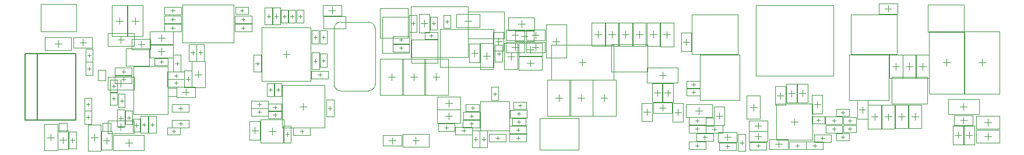
<source format=gbr>
%TF.GenerationSoftware,Altium Limited,Altium Designer,19.0.15 (446)*%
G04 Layer_Color=32768*
%FSLAX45Y45*%
%MOMM*%
%TF.FileFunction,Other,Mechanical_15*%
%TF.Part,CustomerPanel*%
G01*
G75*
%TA.AperFunction,NonConductor*%
%ADD116C,0.20000*%
%ADD147C,0.10000*%
%ADD208C,0.05080*%
%ADD209C,0.05000*%
D116*
X2529200Y7339098D02*
X3093200D01*
Y6379098D02*
Y7339098D01*
X2353200Y6379098D02*
X3093200D01*
X2529200D02*
Y7339098D01*
X2353200Y6379098D02*
Y7339098D01*
X2529200D01*
D147*
X7440620Y7701860D02*
G03*
X7340620Y7801860I-100000J0D01*
G01*
X6940620D02*
G03*
X6840620Y7701860I0J-100000D01*
G01*
X7340620Y6801861D02*
G03*
X7440620Y6901860I0J100000D01*
G01*
X6840620D02*
G03*
X6940620Y6801861I100000J0D01*
G01*
X6514640Y7111380D02*
X6624640D01*
X6514640Y7356380D02*
X6624640D01*
X6514640Y7111380D02*
Y7356380D01*
X6624640Y7111380D02*
Y7356380D01*
X6569640Y7206380D02*
Y7261380D01*
X6542140Y7233880D02*
X6597140D01*
X6728000Y6426300D02*
X6838000D01*
X6728000Y6671300D02*
X6838000D01*
X6728000Y6426300D02*
Y6671300D01*
X6838000Y6426300D02*
Y6671300D01*
X6783000Y6521300D02*
Y6576300D01*
X6755500Y6548800D02*
X6810500D01*
X7934496Y7658441D02*
X8044496D01*
X7934496Y7903441D02*
X8044496D01*
Y7658441D02*
Y7903441D01*
X7934496Y7658441D02*
Y7903441D01*
X7989496Y7753441D02*
Y7808441D01*
X7961996Y7780941D02*
X8016996D01*
X7691732Y7369784D02*
Y7479784D01*
X7936732Y7369784D02*
Y7479784D01*
X7691732Y7369784D02*
X7936732D01*
X7691732Y7479784D02*
X7936732D01*
X7786732Y7424784D02*
X7841732D01*
X7814232Y7397284D02*
Y7452284D01*
X7936732Y7488365D02*
Y7598365D01*
X7691732Y7488365D02*
Y7598365D01*
X7936732D01*
X7691732Y7488365D02*
X7936732D01*
X7786732Y7543365D02*
X7841732D01*
X7814232Y7515865D02*
Y7570865D01*
X10019304Y7523072D02*
X10119304D01*
X10069304Y7473072D02*
Y7573071D01*
X8738420Y7818080D02*
X8838420D01*
X8788420Y7768080D02*
Y7868080D01*
X8263221Y7780933D02*
X8315221D01*
X8289221Y7754933D02*
Y7806933D01*
X8256200Y7575479D02*
Y7627479D01*
X8230200Y7601479D02*
X8282200D01*
X8456725Y7806933D02*
X8508725D01*
X8482725Y7780933D02*
Y7832933D01*
X8152061Y7733441D02*
Y7828441D01*
X8104561Y7780941D02*
X8199561D01*
X9229020Y7473989D02*
Y7568989D01*
X9181520Y7521489D02*
X9276520D01*
X9422820Y7434369D02*
X9517820D01*
X9470320Y7386869D02*
Y7481868D01*
X9720000Y7434369D02*
X9815000D01*
X9767500Y7386869D02*
Y7481869D01*
X9422820Y7610389D02*
X9517820D01*
X9470320Y7562889D02*
Y7657888D01*
X9720000Y7610389D02*
X9815000D01*
X9767500Y7562889D02*
Y7657889D01*
X6765980Y7968357D02*
X6860980D01*
X6813480Y7920857D02*
Y8015857D01*
X6662480Y7582120D02*
X6714480D01*
X6688480Y7556120D02*
Y7608120D01*
X6543640Y7581860D02*
X6595640D01*
X6569640Y7555860D02*
Y7607861D01*
X3728968Y6659293D02*
X3780968D01*
X3754968Y6633293D02*
Y6685293D01*
X7638940Y6078184D02*
X7733940D01*
X7686440Y6030684D02*
Y6125684D01*
X7979340Y6078180D02*
X8079340D01*
X8029340Y6028180D02*
Y6128180D01*
X3992300Y7477921D02*
X4087300D01*
X4039800Y7430420D02*
Y7525420D01*
X9557820Y7597100D02*
X9652820D01*
X9605320Y7549600D02*
Y7644600D01*
X9516143Y7775300D02*
X9616143D01*
X9566143Y7725301D02*
Y7825300D01*
X2783020Y7483425D02*
X2883020D01*
X2833020Y7433425D02*
Y7533425D01*
X3146480Y7503449D02*
X3241480D01*
X3193980Y7455949D02*
Y7550949D01*
X12365920Y6217569D02*
Y6272569D01*
X12338420Y6245069D02*
X12393420D01*
X12243420Y6300069D02*
X12488420D01*
X12243420Y6190069D02*
X12488420D01*
X12243420D02*
Y6300069D01*
X12488420Y6190069D02*
Y6300069D01*
X12061120Y6756742D02*
Y6808742D01*
X12035120Y6782742D02*
X12087120D01*
X8474640Y6241180D02*
Y6296180D01*
X8447140Y6268680D02*
X8502140D01*
X8352140Y6213680D02*
X8597140D01*
X8352140Y6323680D02*
X8597140D01*
Y6213680D02*
Y6323680D01*
X8352140Y6213680D02*
Y6323680D01*
X8726100Y6195460D02*
Y6250460D01*
X8698600Y6222960D02*
X8753600D01*
X8603600Y6167960D02*
X8848600D01*
X8603600Y6277960D02*
X8848600D01*
Y6167960D02*
Y6277960D01*
X8603600Y6167960D02*
Y6277960D01*
X4845860Y7478301D02*
X4955860D01*
X4845860Y7233300D02*
X4955860D01*
Y7478301D01*
X4845860Y7233300D02*
Y7478301D01*
X4900860Y7328300D02*
Y7383300D01*
X4873360Y7355800D02*
X4928360D01*
X4545268Y6888881D02*
Y6943880D01*
X4517768Y6916380D02*
X4572768D01*
X4422768Y6971381D02*
X4667768D01*
X4422768Y6861380D02*
X4667768D01*
X4422768D02*
Y6971381D01*
X4667768Y6861380D02*
Y6971381D01*
X4545260Y6993021D02*
Y7048020D01*
X4517760Y7020520D02*
X4572760D01*
X4422760Y7075521D02*
X4667760D01*
X4422760Y6965520D02*
X4667760D01*
X4422760D02*
Y7075521D01*
X4667760Y6965520D02*
Y7075521D01*
X9180620Y7219620D02*
X9290620D01*
X9180620Y7464620D02*
X9290620D01*
X9180620Y7219620D02*
Y7464620D01*
X9290620Y7219620D02*
Y7464620D01*
X9235620Y7314620D02*
Y7369621D01*
X9208120Y7342120D02*
X9263120D01*
X4665520Y7094620D02*
X4775520D01*
X4665520Y6849620D02*
X4775520D01*
Y7094620D01*
X4665520Y6849620D02*
Y7094620D01*
X4720520Y6944620D02*
Y6999620D01*
X4693020Y6972120D02*
X4748020D01*
X3690160Y6282681D02*
X3800160D01*
X3690160Y6527681D02*
X3800160D01*
X3690160Y6282681D02*
Y6527681D01*
X3800160Y6282681D02*
Y6527681D01*
X3745160Y6377681D02*
Y6432681D01*
X3717660Y6405181D02*
X3772660D01*
X2986580Y5963488D02*
X3096580D01*
X2986580Y6208488D02*
X3096580D01*
X2986580Y5963488D02*
Y6208488D01*
X3096580Y5963488D02*
Y6208488D01*
X3041580Y6058488D02*
Y6113488D01*
X3014080Y6085988D02*
X3069080D01*
X3782840Y7054621D02*
Y7109621D01*
X3755340Y7082120D02*
X3810340D01*
X3660340Y7137121D02*
X3905340D01*
X3660340Y7027121D02*
X3905340D01*
X3660340D02*
Y7137121D01*
X3905340Y7027121D02*
Y7137121D01*
X3782840Y6939581D02*
Y6994581D01*
X3755340Y6967081D02*
X3810340D01*
X3660340Y7022081D02*
X3905340D01*
X3660340Y6912081D02*
X3905340D01*
X3660340D02*
Y7022081D01*
X3905340Y6912081D02*
Y7022081D01*
X4173120Y6309320D02*
X4228120D01*
X4200620Y6281820D02*
Y6336820D01*
X4255620Y6186820D02*
Y6431820D01*
X4145620Y6186820D02*
Y6431820D01*
X4255620D01*
X4145620Y6186820D02*
X4255620D01*
X4052940Y6309320D02*
X4107940D01*
X4080440Y6281820D02*
Y6336820D01*
X4135440Y6186820D02*
Y6431820D01*
X4025440Y6186820D02*
Y6431820D01*
X4135440D01*
X4025440Y6186820D02*
X4135440D01*
X3489620Y6077120D02*
X3584620D01*
X3537120Y6029620D02*
Y6124620D01*
X3968680Y6274881D02*
Y6326881D01*
X3942680Y6300880D02*
X3994680D01*
X3862000Y6387460D02*
Y6439460D01*
X3836000Y6413460D02*
X3888000D01*
X4498120Y7812121D02*
Y7867120D01*
X4470620Y7839620D02*
X4525620D01*
X4375620Y7894620D02*
X4620620D01*
X4375620Y7784620D02*
X4620620D01*
X4375620D02*
Y7894620D01*
X4620620Y7784620D02*
Y7894620D01*
X4498120Y7940121D02*
Y7995120D01*
X4470620Y7967620D02*
X4525620D01*
X4375620Y8022620D02*
X4620620D01*
X4375620Y7912620D02*
X4620620D01*
X4375620D02*
Y8022620D01*
X4620620Y7912620D02*
Y8022620D01*
X4498120Y7687121D02*
Y7742120D01*
X4470620Y7714620D02*
X4525620D01*
X4375620Y7769620D02*
X4620620D01*
X4375620Y7659620D02*
X4620620D01*
X4375620D02*
Y7769620D01*
X4620620Y7659620D02*
Y7769620D01*
X4761600Y7355800D02*
X4816600D01*
X4789100Y7328300D02*
Y7383300D01*
X4844100Y7233300D02*
Y7478300D01*
X4734100Y7233300D02*
Y7478300D01*
X4844100D01*
X4734100Y7233300D02*
X4844100D01*
X5520620Y7686620D02*
Y7741620D01*
X5493120Y7714120D02*
X5548120D01*
X5398120Y7659120D02*
X5643120D01*
X5398120Y7769120D02*
X5643120D01*
Y7659120D02*
Y7769120D01*
X5398120Y7659120D02*
Y7769120D01*
X5520620Y7812120D02*
Y7867120D01*
X5493120Y7839620D02*
X5548120D01*
X5398120Y7784620D02*
X5643120D01*
X5398120Y7894620D02*
X5643120D01*
Y7784620D02*
Y7894620D01*
X5398120Y7784620D02*
Y7894620D01*
X5477120Y7967120D02*
X5529120D01*
X5503120Y7941121D02*
Y7993120D01*
X4330964Y7520120D02*
Y7620120D01*
X4280964Y7570120D02*
X4380964D01*
X4330963Y7325120D02*
Y7425120D01*
X4280963Y7375120D02*
X4380964D01*
X4304620Y7220120D02*
X4356620D01*
X4330620Y7194120D02*
Y7246120D01*
X4531160Y7199240D02*
X4586160D01*
X4558660Y7171740D02*
Y7226740D01*
X4613660Y7076740D02*
Y7321740D01*
X4503660Y7076740D02*
Y7321740D01*
X4613660D01*
X4503660Y7076740D02*
X4613660D01*
X4611340Y6521020D02*
Y6576020D01*
X4583840Y6548520D02*
X4638840D01*
X4488840Y6493520D02*
X4733840D01*
X4488840Y6603520D02*
X4733840D01*
Y6493520D02*
Y6603520D01*
X4488840Y6493520D02*
Y6603520D01*
X4687500Y6737121D02*
Y6832121D01*
X4640000Y6784621D02*
X4735000D01*
X4820380Y7040840D02*
X4920380D01*
X4870380Y6990840D02*
Y7090840D01*
X4483700Y6212120D02*
X4535700D01*
X4509700Y6186120D02*
Y6238120D01*
X3643120Y6843621D02*
Y6895621D01*
X3617120Y6869620D02*
X3669120D01*
X3643120Y6661445D02*
Y6713445D01*
X3617120Y6687445D02*
X3669120D01*
X12143396Y6459748D02*
Y6559748D01*
X12093396Y6509748D02*
X12193396D01*
X12390620Y6437120D02*
X12485620D01*
X12438120Y6389620D02*
Y6484620D01*
X9361787Y7301983D02*
X9461787D01*
X9411787Y7251983D02*
Y7351983D01*
X8835620Y7347120D02*
X8930620D01*
X8883120Y7299620D02*
Y7394620D01*
X5975620Y7887121D02*
X6030620D01*
X6003120Y7859621D02*
Y7914621D01*
X6058120Y7764620D02*
Y8009621D01*
X5948120Y7764620D02*
Y8009621D01*
X6058120D01*
X5948120Y7764620D02*
X6058120D01*
X5863120Y7887121D02*
X5918120D01*
X5890620Y7859621D02*
Y7914621D01*
X5945620Y7764620D02*
Y8009621D01*
X5835620Y7764620D02*
Y8009621D01*
X5945620D01*
X5835620Y7764620D02*
X5945620D01*
X3282880Y7098660D02*
Y7150661D01*
X3256880Y7124660D02*
X3308880D01*
X3282880Y7291700D02*
Y7343700D01*
X3256880Y7317700D02*
X3308880D01*
X3270180Y6579060D02*
Y6631060D01*
X3244180Y6605060D02*
X3296180D01*
X3270588Y6390000D02*
Y6442001D01*
X3244588Y6416000D02*
X3296588D01*
X5673900Y7320821D02*
X5783900D01*
X5673900Y7075820D02*
X5783900D01*
Y7320821D01*
X5673900Y7075820D02*
Y7320821D01*
X5728900Y7170820D02*
Y7225820D01*
X5701400Y7198320D02*
X5756400D01*
X4488800Y6269560D02*
Y6379560D01*
X4733800Y6269560D02*
Y6379560D01*
X4488800D02*
X4733800D01*
X4488800Y6269560D02*
X4733800D01*
X4583800Y6324560D02*
X4638800D01*
X4611300Y6297060D02*
Y6352060D01*
X6755640Y6980178D02*
Y7090178D01*
X6510640Y6980178D02*
Y7090178D01*
Y6980178D02*
X6755640D01*
X6510640Y7090178D02*
X6755640D01*
X6605640Y7035177D02*
X6660640D01*
X6633140Y7007678D02*
Y7062678D01*
X6099600Y7330756D02*
X6199600D01*
X6149600Y7280756D02*
Y7380756D01*
X9645620Y7202120D02*
X9745620D01*
X9695620Y7152121D02*
Y7252121D01*
X9401160Y6413900D02*
Y6523900D01*
X9646160Y6413900D02*
Y6523900D01*
X9401160D02*
X9646160D01*
X9401160Y6413900D02*
X9646160D01*
X9496160Y6468900D02*
X9551160D01*
X9523660Y6441400D02*
Y6496400D01*
X10765420Y6645400D02*
Y6745400D01*
X10715420Y6695400D02*
X10815420D01*
X10433509Y6647718D02*
Y6747718D01*
X10383510Y6697718D02*
X10483510D01*
X10105320Y6647722D02*
Y6747722D01*
X10055320Y6697722D02*
X10155320D01*
X9540170Y6560630D02*
Y6612630D01*
X9514170Y6586630D02*
X9566170D01*
X9646869Y7399620D02*
X9746870D01*
X9696870Y7349621D02*
Y7449621D01*
X8846580Y6221940D02*
X8956580D01*
X8846580Y5976940D02*
X8956580D01*
Y6221940D01*
X8846580Y5976940D02*
Y6221940D01*
X8901580Y6071940D02*
Y6126940D01*
X8874080Y6099440D02*
X8929080D01*
X8960880Y6221908D02*
X9070880D01*
X8960880Y5976908D02*
X9070880D01*
Y6221908D01*
X8960880Y5976908D02*
Y6221908D01*
X9015880Y6071908D02*
Y6126908D01*
X8988380Y6099408D02*
X9043380D01*
X9392240Y6059287D02*
Y6169287D01*
X9637240Y6059287D02*
Y6169287D01*
X9392240D02*
X9637240D01*
X9392240Y6059287D02*
X9637240D01*
X9487240Y6114287D02*
X9542240D01*
X9514740Y6086787D02*
Y6141787D01*
X8460822Y6432120D02*
X8560822D01*
X8510822Y6382120D02*
Y6482120D01*
X8460822Y6619620D02*
X8560822D01*
X8510822Y6569620D02*
Y6669620D01*
X8325620Y6954038D02*
Y7054038D01*
X8275620Y7004038D02*
X8375620D01*
X8003120Y6954038D02*
Y7054038D01*
X7953120Y7004038D02*
X8053120D01*
X7680620Y6954038D02*
Y7054038D01*
X7630620Y7004038D02*
X7730620D01*
X9338120Y6059287D02*
Y6169287D01*
X9093120Y6059287D02*
Y6169287D01*
Y6059287D02*
X9338120D01*
X9093120Y6169287D02*
X9338120D01*
X9188120Y6114287D02*
X9243120D01*
X9215620Y6086787D02*
Y6141787D01*
X9149621Y6760777D02*
X9201621D01*
X9175621Y6734776D02*
Y6786777D01*
X9526869Y6326060D02*
Y6378060D01*
X9500869Y6352060D02*
X9552869D01*
X8715360Y6267800D02*
Y6377800D01*
X8960360Y6267800D02*
Y6377800D01*
X8715360D02*
X8960360D01*
X8715360Y6267800D02*
X8960360D01*
X8810360Y6322800D02*
X8865360D01*
X8837860Y6295300D02*
Y6350300D01*
X9636670Y6178813D02*
Y6288813D01*
X9391670Y6178813D02*
Y6288813D01*
Y6178813D02*
X9636670D01*
X9391670Y6288813D02*
X9636670D01*
X9486670Y6233813D02*
X9541670D01*
X9514170Y6206313D02*
Y6261313D01*
X8961121Y6381021D02*
Y6491021D01*
X8716120Y6381021D02*
Y6491021D01*
Y6381021D02*
X8961121D01*
X8716120Y6491021D02*
X8961121D01*
X8811120Y6436020D02*
X8866120D01*
X8838620Y6408521D02*
Y6463520D01*
X8852900Y6529536D02*
Y6581536D01*
X8826900Y6555536D02*
X8878900D01*
X3362120Y6069620D02*
Y6169620D01*
X3312120Y6119620D02*
X3412120D01*
X3745320Y6858421D02*
Y6958420D01*
X3695320Y6908421D02*
X3795320D01*
X2728020Y6075980D02*
Y6175980D01*
X2678020Y6125980D02*
X2778020D01*
X2903020Y6038481D02*
Y6133480D01*
X2855520Y6085980D02*
X2950520D01*
X9058120Y7257120D02*
Y7357120D01*
X9008120Y7307120D02*
X9108120D01*
X6105900Y6293447D02*
X6215900D01*
X6105900Y6048447D02*
X6215900D01*
Y6293447D01*
X6105900Y6048447D02*
Y6293447D01*
X6160900Y6143446D02*
Y6198447D01*
X6133400Y6170947D02*
X6188400D01*
X13875620Y6351280D02*
Y6403280D01*
X13849620Y6377280D02*
X13901620D01*
X12351729Y6072120D02*
Y6182120D01*
X12106729Y6072120D02*
Y6182120D01*
Y6072120D02*
X12351729D01*
X12106729Y6182120D02*
X12351729D01*
X12201729Y6127120D02*
X12256729D01*
X12229229Y6099621D02*
Y6154620D01*
X11958120Y7462120D02*
Y7557121D01*
X11910620Y7509620D02*
X12005620D01*
X12238121Y5952120D02*
Y6062120D01*
X11993121Y5952120D02*
Y6062120D01*
Y5952120D02*
X12238121D01*
X11993121Y6062120D02*
X12238121D01*
X12088120Y6007120D02*
X12143120D01*
X12115620Y5979620D02*
Y6034620D01*
X12238120Y6192120D02*
Y6302120D01*
X11993120Y6192120D02*
Y6302120D01*
Y6192120D02*
X12238120D01*
X11993120Y6302120D02*
X12238120D01*
X12088120Y6247120D02*
X12143120D01*
X12115620Y6219621D02*
Y6274620D01*
X12238120Y6312120D02*
Y6422121D01*
X11993120Y6312120D02*
Y6422121D01*
Y6312120D02*
X12238120D01*
X11993120Y6422121D02*
X12238120D01*
X12088120Y6367120D02*
X12143120D01*
X12115620Y6339621D02*
Y6394620D01*
X12879601Y5947320D02*
Y6057320D01*
X13124600Y5947320D02*
Y6057320D01*
X12879601D02*
X13124600D01*
X12879601Y5947320D02*
X13124600D01*
X12974600Y6002320D02*
X13029601D01*
X13002100Y5974820D02*
Y6029820D01*
X12708120Y5927120D02*
X12818120D01*
X12708120Y6172120D02*
X12818120D01*
X12708120Y5927120D02*
Y6172120D01*
X12818120Y5927120D02*
Y6172120D01*
X12763120Y6022120D02*
Y6077120D01*
X12735620Y6049620D02*
X12790620D01*
X12933121Y6510780D02*
Y6610780D01*
X12883121Y6560780D02*
X12983121D01*
X13700620Y5949620D02*
Y6059620D01*
X13945621Y5949620D02*
Y6059620D01*
X13700620D02*
X13945621D01*
X13700620Y5949620D02*
X13945621D01*
X13795621Y6004620D02*
X13850620D01*
X13823120Y5977120D02*
Y6032120D01*
X14060620Y6057081D02*
Y6167081D01*
X13815620Y6057081D02*
Y6167081D01*
Y6057081D02*
X14060620D01*
X13815620Y6167081D02*
X14060620D01*
X13910620Y6112080D02*
X13965620D01*
X13938120Y6084581D02*
Y6139581D01*
X12435840Y5937958D02*
Y6047958D01*
X12680840Y5937958D02*
Y6047958D01*
X12435840D02*
X12680840D01*
X12435840Y5937958D02*
X12680840D01*
X12530840Y5992959D02*
X12585840D01*
X12558340Y5965458D02*
Y6020458D01*
X13450620Y5949620D02*
Y6059620D01*
X13695621Y5949620D02*
Y6059620D01*
X13450620D02*
X13695621D01*
X13450620Y5949620D02*
X13695621D01*
X13545621Y6004620D02*
X13600620D01*
X13573120Y5977120D02*
Y6032120D01*
X3905831Y7818080D02*
X4005831D01*
X3955831Y7768080D02*
Y7868080D01*
X3673782Y7819477D02*
X3773782D01*
X3723781Y7769477D02*
Y7869477D01*
X3857120Y5997120D02*
Y6097120D01*
X3807120Y6047120D02*
X3907119D01*
X3695320Y6273421D02*
X3795320D01*
X3745320Y6223421D02*
Y6323420D01*
X3695320Y7545921D02*
X3795320D01*
X3745320Y7495921D02*
Y7595921D01*
X5690800Y6178001D02*
Y6273000D01*
X5643300Y6225500D02*
X5738300D01*
X15233272Y6424416D02*
X15333272D01*
X15283272Y6374416D02*
Y6474416D01*
X5758120Y6466320D02*
Y6521320D01*
X5730620Y6493820D02*
X5785620D01*
X5635620Y6438820D02*
X5880620D01*
X5635620Y6548820D02*
X5880620D01*
Y6438820D02*
Y6548820D01*
X5635620Y6438820D02*
Y6548820D01*
X6940620Y6801860D02*
X7340620D01*
X6840620Y6901860D02*
Y7701860D01*
X7440620Y6901860D02*
Y7701860D01*
X6940620Y7801860D02*
X7340620D01*
X13480620Y6347121D02*
X13580620D01*
X13530620Y6297121D02*
Y6397121D01*
X12953120Y6137425D02*
X13048120D01*
X13000620Y6089925D02*
Y6184925D01*
X14227119Y6191080D02*
Y6301080D01*
X13982120Y6191080D02*
Y6301080D01*
Y6191080D02*
X14227119D01*
X13982120Y6301080D02*
X14227119D01*
X14077119Y6246080D02*
X14132120D01*
X14104620Y6218580D02*
Y6273580D01*
X14334100Y6220080D02*
Y6272080D01*
X14308099Y6246080D02*
X14360100D01*
X14229620Y6459941D02*
Y6511940D01*
X14203619Y6485941D02*
X14255620D01*
X12060540Y6865642D02*
Y6917642D01*
X12034540Y6891642D02*
X12086540D01*
X15741580Y7162118D02*
Y7262118D01*
X15691580Y7212118D02*
X15791580D01*
X14516801Y6477720D02*
Y6572720D01*
X14469301Y6525220D02*
X14564301D01*
X12953120Y6294080D02*
X13048120D01*
X13000620Y6246580D02*
Y6341580D01*
X13253120Y6026117D02*
X13348120D01*
X13300620Y5978617D02*
Y6073617D01*
X13488260Y6716054D02*
Y6811054D01*
X13440759Y6763554D02*
X13535760D01*
X13644666Y6720797D02*
Y6815797D01*
X13597166Y6768297D02*
X13692166D01*
X14226620Y6313441D02*
Y6423441D01*
X13981619Y6313441D02*
Y6423441D01*
Y6313441D02*
X14226620D01*
X13981619Y6423441D02*
X14226620D01*
X14076619Y6368441D02*
X14131619D01*
X14104118Y6340941D02*
Y6395941D01*
X14334119Y6342441D02*
Y6394441D01*
X14308119Y6368441D02*
X14360120D01*
X14229620Y6102580D02*
Y6154580D01*
X14203619Y6128580D02*
X14255620D01*
X15906860Y6109621D02*
Y6204621D01*
X15859360Y6157121D02*
X15954359D01*
X16066859Y6109620D02*
Y6204620D01*
X16019360Y6157121D02*
X16114360D01*
X15936861Y6572121D02*
X16036861D01*
X15986861Y6522121D02*
Y6622121D01*
X11565620Y6556479D02*
X11660620D01*
X11613120Y6508979D02*
Y6603979D01*
X11837600Y6440954D02*
Y6535954D01*
X11790100Y6488454D02*
X11885100D01*
X11387280Y6443221D02*
Y6538221D01*
X11339780Y6490721D02*
X11434780D01*
X11535620Y6723903D02*
Y6818903D01*
X11488120Y6771403D02*
X11583120D01*
X11690620Y6723903D02*
Y6818903D01*
X11643120Y6771403D02*
X11738120D01*
X14843120Y7994620D02*
X14938120D01*
X14890620Y7947120D02*
Y8042120D01*
X12510072Y6127120D02*
X12605072D01*
X12557572Y6079620D02*
Y6174620D01*
X13323500Y6680920D02*
Y6775920D01*
X13275999Y6728420D02*
X13371001D01*
X13861980Y6556460D02*
Y6651460D01*
X13814481Y6603960D02*
X13909480D01*
X16252119Y7162110D02*
Y7262110D01*
X16202119Y7212110D02*
X16302119D01*
X10400760Y7213022D02*
X10500760D01*
X10450760Y7163022D02*
Y7263022D01*
X15939360Y6372121D02*
X16034360D01*
X15986861Y6324621D02*
Y6419620D01*
X16289272Y6138256D02*
X16389272D01*
X16339272Y6088256D02*
Y6188256D01*
X16289272Y6340756D02*
X16389272D01*
X16339272Y6290756D02*
Y6390756D01*
X14693272Y6373200D02*
Y6473200D01*
X14643271Y6423201D02*
X14743272D01*
X15088272Y6374416D02*
Y6474416D01*
X15038271Y6424416D02*
X15138271D01*
X11563120Y7028903D02*
X11663120D01*
X11613120Y6978903D02*
Y7078903D01*
X15390620Y7107120D02*
Y7207120D01*
X15340620Y7157120D02*
X15440620D01*
X15005620Y7107120D02*
Y7207120D01*
X14955620Y7157120D02*
X15055620D01*
X14890771Y6373200D02*
Y6473200D01*
X14840771Y6423201D02*
X14940771D01*
X15198120Y7107984D02*
Y7207984D01*
X15148120Y7157984D02*
X15248120D01*
X10876692Y7567984D02*
Y7667984D01*
X10826692Y7617984D02*
X10926692D01*
X11077763Y7567984D02*
Y7667984D01*
X11027763Y7617984D02*
X11127763D01*
X11278834Y7567984D02*
Y7667984D01*
X11228834Y7617984D02*
X11328834D01*
X11479905Y7567984D02*
Y7667984D01*
X11429906Y7617984D02*
X11529906D01*
X10678650Y7570867D02*
Y7670867D01*
X10628651Y7620867D02*
X10728651D01*
X11678134Y7566841D02*
Y7666841D01*
X11628134Y7616841D02*
X11728134D01*
X6688464Y7216723D02*
Y7268724D01*
X6662464Y7242723D02*
X6714464D01*
X5895900Y6213120D02*
X5995900D01*
X5945900Y6163120D02*
Y6263120D01*
X6025504Y6792660D02*
Y6844660D01*
X5999504Y6818660D02*
X6051504D01*
X5918776Y6792660D02*
Y6844660D01*
X5892776Y6818660D02*
X5944776D01*
X6347599Y7859352D02*
Y7911352D01*
X6321599Y7885352D02*
X6373599D01*
X6233299Y7859352D02*
Y7911352D01*
X6207299Y7885352D02*
X6259299D01*
X6118999Y7859352D02*
Y7911352D01*
X6092999Y7885352D02*
X6144999D01*
X5955504Y6565259D02*
X6007504D01*
X5981504Y6539259D02*
Y6591259D01*
X5955504Y6450959D02*
X6007504D01*
X5981504Y6424959D02*
Y6476959D01*
X6344080Y6573800D02*
X6444080D01*
X6394080Y6523800D02*
Y6623800D01*
X6373760Y6185620D02*
Y6240620D01*
X6346260Y6213120D02*
X6401260D01*
X6251260Y6268120D02*
X6496260D01*
X6251260Y6158120D02*
X6496260D01*
X6251260D02*
Y6268120D01*
X6496260Y6158120D02*
Y6268120D01*
X5635620Y6548820D02*
Y6658820D01*
X5880620Y6548820D02*
Y6658820D01*
X5635620D02*
X5880620D01*
X5635620Y6548820D02*
X5880620D01*
X5730620Y6603820D02*
X5785620D01*
X5758120Y6576320D02*
Y6631320D01*
D208*
X7913420Y7568520D02*
Y8005120D01*
X7508820Y7568520D02*
Y8005120D01*
X7913420D01*
X7508820Y7568520D02*
X7913420D01*
D209*
X9919304Y7283072D02*
Y7763072D01*
X10219304Y7283072D02*
Y7763072D01*
X9919304D02*
X10219304D01*
X9919304Y7283072D02*
X10219304D01*
X8618420Y7723080D02*
Y7913080D01*
X8958420Y7723080D02*
Y7913080D01*
X8618420Y7723080D02*
X8958420D01*
X8618420Y7913080D02*
X8958420D01*
X7966161Y7547120D02*
X8351161D01*
X7966161Y7205120D02*
Y7547120D01*
Y7205120D02*
X8351161D01*
Y7547120D01*
X8339221Y7685933D02*
Y7875933D01*
X8239221Y7685933D02*
Y7875933D01*
Y7685933D02*
X8339221D01*
X8239221Y7875933D02*
X8339221D01*
X8161200Y7651479D02*
X8351200D01*
X8161200Y7551479D02*
X8351200D01*
Y7651479D01*
X8161200Y7551479D02*
Y7651479D01*
X8532725Y7711933D02*
Y7901933D01*
X8432725Y7711933D02*
Y7901933D01*
Y7711933D02*
X8532725D01*
X8432725Y7901933D02*
X8532725D01*
X8077061Y7915941D02*
X8227061D01*
X8077061Y7645941D02*
X8227061D01*
X8077061D02*
Y7915941D01*
X8227061Y7645941D02*
Y7915941D01*
X9160225Y7148552D02*
Y7698552D01*
X8379225Y7148552D02*
Y7698552D01*
X9160225D01*
X8379225Y7148552D02*
X9160225D01*
X9154020Y7656489D02*
X9304020D01*
X9154020Y7386489D02*
X9304020D01*
X9154020D02*
Y7656489D01*
X9304020Y7386489D02*
Y7656489D01*
X9605320Y7359369D02*
Y7509369D01*
X9335320Y7359369D02*
Y7509369D01*
X9605320D01*
X9335320Y7359369D02*
X9605320D01*
X9632500D02*
Y7509369D01*
X9902500Y7359369D02*
Y7509369D01*
X9632500Y7359369D02*
X9902500D01*
X9632500Y7509369D02*
X9902500D01*
X9605320Y7535389D02*
Y7685388D01*
X9335320Y7535389D02*
Y7685388D01*
X9605320D01*
X9335320Y7535389D02*
X9605320D01*
X9632500D02*
Y7685388D01*
X9902500Y7535389D02*
Y7685388D01*
X9632500Y7535389D02*
X9902500D01*
X9632500Y7685388D02*
X9902500D01*
X6948480Y7893357D02*
Y8043357D01*
X6678480Y7893357D02*
Y8043357D01*
Y7893357D02*
X6948480D01*
X6678480Y8043357D02*
X6948480D01*
X3410760Y7101081D02*
X3520760D01*
Y6951080D02*
Y7101081D01*
X3410760Y6951080D02*
X3520760D01*
X3410760D02*
Y7101081D01*
X6691580Y7707720D02*
Y7882720D01*
Y7707720D02*
X7011580D01*
Y7882720D01*
X6691580D02*
X7011580D01*
X6738480Y7487120D02*
Y7677120D01*
X6638480Y7487120D02*
Y7677120D01*
X6738480D01*
X6638480Y7487120D02*
X6738480D01*
X6619640Y7486861D02*
Y7676860D01*
X6519640Y7486861D02*
Y7676860D01*
X6619640D01*
X6519640Y7486861D02*
X6619640D01*
X3704968Y6564293D02*
Y6754293D01*
X3804968Y6564293D02*
Y6754293D01*
X3704968Y6564293D02*
X3804968D01*
X3704968Y6754293D02*
X3804968D01*
X7551440Y6003184D02*
Y6153184D01*
X7821440Y6003184D02*
Y6153184D01*
X7551440D02*
X7821440D01*
X7551440Y6003184D02*
X7821440D01*
X8219840Y5983180D02*
Y6173180D01*
X7838840Y5983180D02*
Y6173180D01*
Y5983180D02*
X8219840D01*
X7838840Y6173180D02*
X8219840D01*
X3904800Y7402920D02*
Y7552920D01*
X4174800Y7402920D02*
Y7552920D01*
X3904800D02*
X4174800D01*
X3904800Y7402920D02*
X4174800D01*
X9470320Y7522101D02*
Y7672100D01*
X9740320Y7522101D02*
Y7672100D01*
X9470320D02*
X9740320D01*
X9470320Y7522101D02*
X9740320D01*
X9375643Y7680300D02*
Y7870300D01*
X9756643Y7680300D02*
Y7870300D01*
X9375643D02*
X9756643D01*
X9375643Y7680300D02*
X9756643D01*
X2642520Y7388425D02*
Y7578425D01*
X3023520Y7388425D02*
Y7578425D01*
X2642520D02*
X3023520D01*
X2642520Y7388425D02*
X3023520D01*
X3328980Y7428449D02*
Y7578449D01*
X3058980Y7428449D02*
Y7578449D01*
Y7428449D02*
X3328980D01*
X3058980Y7578449D02*
X3328980D01*
X14099280Y7023561D02*
Y8041060D01*
X12966780Y7023561D02*
X14099280D01*
X12966780Y8041060D02*
X14099280D01*
X12966780Y7023561D02*
Y8041060D01*
X14898621Y6662984D02*
Y7327984D01*
X14328619Y6662984D02*
X14898621D01*
X14328619D02*
Y7327984D01*
X14898621D01*
X14351620Y7336984D02*
X15016620D01*
X14351620D02*
Y7906984D01*
X15016620D01*
Y7336984D02*
Y7906984D01*
X12040620Y7907120D02*
X12705620D01*
Y7337120D02*
Y7907120D01*
X12040620Y7337120D02*
X12705620D01*
X12040620D02*
Y7907120D01*
X12730120Y6662120D02*
Y7327120D01*
X12160120Y6662120D02*
X12730120D01*
X12160120D02*
Y7327120D01*
X12730120D01*
X11966120Y6732742D02*
X12156120D01*
X11966120Y6832742D02*
X12156120D01*
Y6732742D02*
Y6832742D01*
X11966120Y6732742D02*
Y6832742D01*
X3931100Y6460060D02*
Y7155060D01*
X4426100D01*
Y6460060D02*
Y7155060D01*
X3931100Y6460060D02*
X4426100D01*
X3462120Y5942120D02*
Y6212120D01*
X3612120Y5942120D02*
Y6212120D01*
X3462120Y5942120D02*
X3612120D01*
X3462120Y6212120D02*
X3612120D01*
X3918680Y6205881D02*
X4018680D01*
X3918680Y6395881D02*
X4018680D01*
X3918680Y6205881D02*
Y6395881D01*
X4018680Y6205881D02*
Y6395881D01*
X3812000Y6508460D02*
X3912000D01*
X3812000Y6318460D02*
X3912000D01*
Y6508460D01*
X3812000Y6318460D02*
Y6508460D01*
X5598120Y7917121D02*
Y8017121D01*
X5408120Y7917121D02*
Y8017121D01*
Y7917121D02*
X5598120D01*
X5408120Y8017121D02*
X5598120D01*
X4160964Y7665120D02*
X4500964D01*
X4160964Y7475120D02*
X4500964D01*
X4160964D02*
Y7665120D01*
X4500964Y7475120D02*
Y7665120D01*
X4160963Y7470120D02*
X4500964D01*
X4160963Y7280120D02*
X4500964D01*
X4160963D02*
Y7470120D01*
X4500964Y7280120D02*
Y7470120D01*
X4235620Y7170120D02*
Y7270120D01*
X4425620Y7170120D02*
Y7270120D01*
X4235620D02*
X4425620D01*
X4235620Y7170120D02*
X4425620D01*
X4427380Y6727300D02*
Y6841300D01*
Y6727300D02*
X4551380D01*
Y6841300D01*
X4427380D02*
X4551380D01*
X4552500Y6709621D02*
X4822500D01*
X4552500Y6859621D02*
X4822500D01*
Y6709621D02*
Y6859621D01*
X4552500Y6709621D02*
Y6859621D01*
X4775380Y6850340D02*
Y7231340D01*
X4965380Y6850340D02*
Y7231340D01*
X4775380Y6850340D02*
X4965380D01*
X4775380Y7231340D02*
X4965380D01*
X4604700Y6162121D02*
Y6262121D01*
X4414700Y6162121D02*
Y6262121D01*
Y6162121D02*
X4604700D01*
X4414700Y6262121D02*
X4604700D01*
X3593120Y6774621D02*
X3693120D01*
X3593120Y6964621D02*
X3693120D01*
X3593120Y6774621D02*
Y6964621D01*
X3693120Y6774621D02*
Y6964621D01*
X3593120Y6782445D02*
X3693120D01*
X3593120Y6592445D02*
X3693120D01*
Y6782445D01*
X3593120Y6592445D02*
Y6782445D01*
X11952896Y6414748D02*
X12333896D01*
X11952896Y6604748D02*
X12333896D01*
Y6414748D02*
Y6604748D01*
X11952896Y6414748D02*
Y6604748D01*
X12513120Y6302120D02*
Y6572120D01*
X12363120Y6302120D02*
Y6572120D01*
X12513120D01*
X12363120Y6302120D02*
X12513120D01*
X12243620Y6287621D02*
X12357620D01*
Y6411620D01*
X12243620D02*
X12357620D01*
X12243620Y6287621D02*
Y6411620D01*
X9506787Y7111483D02*
Y7492483D01*
X9316787Y7111483D02*
Y7492483D01*
X9506787D01*
X9316787Y7111483D02*
X9506787D01*
X8958120Y7212120D02*
Y7482120D01*
X8808120Y7212120D02*
Y7482120D01*
X8958120D01*
X8808120Y7212120D02*
X8958120D01*
X15471420Y7657140D02*
X15991420D01*
X15471420D02*
Y8050140D01*
X15991420D01*
Y7657140D02*
Y8050140D01*
X4155620Y7164621D02*
Y7414621D01*
X3820620Y7164621D02*
Y7414621D01*
Y7164621D02*
X4155620D01*
X3820620Y7414621D02*
X4155620D01*
X3232880Y7029661D02*
X3332880D01*
X3232880Y7219660D02*
X3332880D01*
X3232880Y7029661D02*
Y7219660D01*
X3332880Y7029661D02*
Y7219660D01*
X3232880Y7412700D02*
X3332880D01*
X3232880Y7222700D02*
X3332880D01*
Y7412700D01*
X3232880Y7222700D02*
Y7412700D01*
X5381620Y7502120D02*
Y8052120D01*
X4639620Y7502120D02*
Y8052120D01*
Y7502120D02*
X5381620D01*
X4639620Y8052120D02*
X5381620D01*
X3220180Y6700060D02*
X3320180D01*
X3220180Y6510060D02*
X3320180D01*
Y6700060D01*
X3220180Y6510060D02*
Y6700060D01*
X3220588Y6321001D02*
X3320588D01*
X3220588Y6511000D02*
X3320588D01*
X3220588Y6321001D02*
Y6511000D01*
X3320588Y6321001D02*
Y6511000D01*
X3481120Y6336620D02*
X3595120D01*
X3481120Y6212621D02*
Y6336620D01*
Y6212621D02*
X3595120D01*
Y6336620D01*
X2846020Y6334160D02*
X2960020D01*
X2846020Y6210161D02*
Y6334160D01*
Y6210161D02*
X2960020D01*
Y6334160D01*
X2580920Y7667300D02*
Y8060300D01*
Y7667300D02*
X3100920D01*
Y8060300D01*
X2580920D02*
X3100920D01*
X6504600Y6940756D02*
Y7720756D01*
X5794600Y6940756D02*
Y7720756D01*
X6504600D01*
X5794600Y6940756D02*
X6504600D01*
X9525620Y7107121D02*
Y7297121D01*
X9865620Y7107121D02*
Y7297121D01*
X9525620D02*
X9865620D01*
X9525620Y7107121D02*
X9865620D01*
X10595420Y6434400D02*
X10935420D01*
X10595420Y6956400D02*
X10935420D01*
X10595420Y6434400D02*
Y6956400D01*
X10935420Y6434400D02*
Y6956400D01*
X10263510Y6436718D02*
X10603509D01*
X10263510Y6958718D02*
X10603509D01*
X10263510Y6436718D02*
Y6958718D01*
X10603509Y6436718D02*
Y6958718D01*
X9935320Y6436722D02*
X10275320D01*
X9935320Y6958722D02*
X10275320D01*
X9935320Y6436722D02*
Y6958722D01*
X10275320Y6436722D02*
Y6958722D01*
X9445170Y6536630D02*
X9635170D01*
X9445170Y6636630D02*
X9635170D01*
Y6536630D02*
Y6636630D01*
X9445170Y6536630D02*
Y6636630D01*
X9526869Y7304621D02*
Y7494621D01*
X9866870Y7304621D02*
Y7494621D01*
X9526869D02*
X9866870D01*
X9526869Y7304621D02*
X9866870D01*
X8340822Y6337120D02*
Y6527120D01*
X8680822Y6337120D02*
Y6527120D01*
X8340822D02*
X8680822D01*
X8340822Y6337120D02*
X8680822D01*
X8340822Y6524620D02*
Y6714620D01*
X8680822Y6524620D02*
Y6714620D01*
X8340822D02*
X8680822D01*
X8340822Y6524620D02*
X8680822D01*
X8155620Y7265038D02*
X8495620D01*
X8155620Y6743038D02*
X8495620D01*
Y7265038D01*
X8155620Y6743038D02*
Y7265038D01*
X7833120D02*
X8173120D01*
X7833120Y6743038D02*
X8173120D01*
Y7265038D01*
X7833120Y6743038D02*
Y7265038D01*
X7510620D02*
X7850620D01*
X7510620Y6743038D02*
X7850620D01*
Y7265038D01*
X7510620Y6743038D02*
Y7265038D01*
X7539120Y7873860D02*
X7932120D01*
X7539120Y7353860D02*
Y7873860D01*
Y7353860D02*
X7932120D01*
Y7873860D01*
X8785620Y7290537D02*
Y8030537D01*
X7955621Y7290537D02*
X8785620D01*
X7955621D02*
Y8030537D01*
X8785620D01*
X9386120Y6224121D02*
Y6645121D01*
X8965120Y6224121D02*
Y6645121D01*
Y6224121D02*
X9386120D01*
X8965120Y6645121D02*
X9386120D01*
X9125621Y6665777D02*
Y6855776D01*
X9225621Y6665777D02*
Y6855776D01*
X9125621Y6665777D02*
X9225621D01*
X9125621Y6855776D02*
X9225621D01*
X9431869Y6402060D02*
X9621869D01*
X9431869Y6302060D02*
X9621869D01*
X9431869D02*
Y6402060D01*
X9621869Y6302060D02*
Y6402060D01*
X8757900Y6605536D02*
X8947900D01*
X8757900Y6505536D02*
X8947900D01*
X8757900D02*
Y6605536D01*
X8947900Y6505536D02*
Y6605536D01*
X3267120Y6310120D02*
X3457120D01*
X3267120Y5929120D02*
X3457120D01*
Y6310120D01*
X3267120Y5929120D02*
Y6310120D01*
X3554820Y7003421D02*
X3935820D01*
X3554820Y6813420D02*
X3935820D01*
Y7003421D01*
X3554820Y6813420D02*
Y7003421D01*
X9308680Y7558080D02*
Y7951080D01*
X8788680D02*
X9308680D01*
X8788680Y7558080D02*
Y7951080D01*
Y7558080D02*
X9308680D01*
X2633020Y6316480D02*
X2823020D01*
X2633020Y5935480D02*
X2823020D01*
Y6316480D01*
X2633020Y5935480D02*
Y6316480D01*
X2828021Y6220981D02*
X2978020D01*
X2828021Y5950980D02*
X2978020D01*
Y6220981D01*
X2828021Y5950980D02*
Y6220981D01*
X11392621Y7080118D02*
Y7473118D01*
X10872621D02*
X11392621D01*
X10872621Y7080118D02*
Y7473118D01*
Y7080118D02*
X11392621D01*
X14940620Y6610621D02*
Y7003620D01*
Y6610621D02*
X15460620D01*
Y7003620D01*
X14940620D02*
X15460620D01*
X9827940Y5941620D02*
Y6397620D01*
Y5941620D02*
X10397940D01*
Y6397620D01*
X9827940D02*
X10397940D01*
X8963120Y7116620D02*
X9153120D01*
X8963120Y7497620D02*
X9153120D01*
X8963120Y7116620D02*
Y7497620D01*
X9153120Y7116620D02*
Y7497620D01*
X13780620Y6327280D02*
X13970621D01*
X13780620Y6427280D02*
X13970621D01*
Y6327280D02*
Y6427280D01*
X13780620Y6327280D02*
Y6427280D01*
X11883120Y7644620D02*
X12033120D01*
X11883120Y7374621D02*
X12033120D01*
Y7644620D01*
X11883120Y7374621D02*
Y7644620D01*
X12838120Y6390780D02*
X13028120D01*
X12838120Y6730780D02*
X13028120D01*
X12838120Y6390780D02*
Y6730780D01*
X13028120Y6390780D02*
Y6730780D01*
X4065831Y7593080D02*
Y8043080D01*
X3845831Y7593080D02*
Y8043080D01*
X4065831D01*
X3845831Y7593080D02*
X4065831D01*
X3833782Y7594477D02*
Y8044477D01*
X3613781Y7594477D02*
Y8044477D01*
X3833782D01*
X3613781Y7594477D02*
X3833782D01*
X3632119Y5937120D02*
X4082120D01*
X3632119Y6157121D02*
X4082120D01*
Y5937120D02*
Y6157121D01*
X3632119Y5937120D02*
Y6157121D01*
X3554820Y6178420D02*
Y6368421D01*
X3935820Y6178420D02*
Y6368421D01*
X3554820Y6178420D02*
X3935820D01*
X3554820Y6368421D02*
X3935820D01*
X3554820Y7450921D02*
Y7640921D01*
X3935820Y7450921D02*
Y7640921D01*
X3554820Y7450921D02*
X3935820D01*
X3554820Y7640921D02*
X3935820D01*
X5615800Y6360501D02*
X5765800D01*
X5615800Y6090500D02*
X5765800D01*
Y6360501D01*
X5615800Y6090500D02*
Y6360501D01*
X15378271Y6254416D02*
Y6594416D01*
X15188272Y6254416D02*
Y6594416D01*
X15378271D01*
X15188272Y6254416D02*
X15378271D01*
X13268120Y6084621D02*
Y6609621D01*
X13793120Y6084621D02*
Y6609621D01*
X13268120D02*
X13793120D01*
X13268120Y6084621D02*
X13793120D01*
X12865620Y6062425D02*
Y6212425D01*
X13135620Y6062425D02*
Y6212425D01*
X12865620D02*
X13135620D01*
X12865620Y6062425D02*
X13135620D01*
X14239101Y6296080D02*
X14429100D01*
X14239101Y6196080D02*
X14429100D01*
X14239101D02*
Y6296080D01*
X14429100Y6196080D02*
Y6296080D01*
X14134621Y6535941D02*
X14324620D01*
X14134621Y6435941D02*
X14324620D01*
X14134621D02*
Y6535941D01*
X14324620Y6435941D02*
Y6535941D01*
X11965540Y6841642D02*
X12155540D01*
X11965540Y6941642D02*
X12155540D01*
Y6841642D02*
Y6941642D01*
X11965540Y6841642D02*
Y6941642D01*
X15486580Y6757118D02*
X15996581D01*
X15486580Y7667118D02*
X15996581D01*
X15486580Y6757118D02*
Y7667118D01*
X15996581Y6757118D02*
Y7667118D01*
X14441801Y6390220D02*
X14591801D01*
X14441801Y6660220D02*
X14591801D01*
X14441801Y6390220D02*
Y6660220D01*
X14591801Y6390220D02*
Y6660220D01*
X12865620Y6219080D02*
Y6369080D01*
X13135620Y6219080D02*
Y6369080D01*
X12865620D02*
X13135620D01*
X12865620Y6219080D02*
X13135620D01*
X13165620Y5951117D02*
Y6101117D01*
X13435620Y5951117D02*
Y6101117D01*
X13165620D02*
X13435620D01*
X13165620Y5951117D02*
X13435620D01*
X13413260Y6628554D02*
X13563260D01*
X13413260Y6898554D02*
X13563260D01*
X13413260Y6628554D02*
Y6898554D01*
X13563260Y6628554D02*
Y6898554D01*
X13569666Y6903297D02*
X13719666D01*
X13569666Y6633297D02*
X13719666D01*
Y6903297D01*
X13569666Y6633297D02*
Y6903297D01*
X14239119Y6418441D02*
X14429118D01*
X14239119Y6318441D02*
X14429118D01*
X14239119D02*
Y6418441D01*
X14429118Y6318441D02*
Y6418441D01*
X14134621Y6178580D02*
X14324620D01*
X14134621Y6078580D02*
X14324620D01*
X14134621D02*
Y6178580D01*
X14324620Y6078580D02*
Y6178580D01*
X15831860Y6022121D02*
X15981860D01*
X15831860Y6292121D02*
X15981860D01*
X15831860Y6022121D02*
Y6292121D01*
X15981860Y6022121D02*
Y6292121D01*
X15991859Y6022120D02*
X16141859D01*
X15991859Y6292121D02*
X16141859D01*
X15991859Y6022120D02*
Y6292121D01*
X16141859Y6022120D02*
Y6292121D01*
X15761861Y6462121D02*
Y6682121D01*
X16211861Y6462121D02*
Y6682121D01*
X15761861D02*
X16211861D01*
X15761861Y6462121D02*
X16211861D01*
X11748120Y6481479D02*
Y6631479D01*
X11478120Y6481479D02*
Y6631479D01*
Y6481479D02*
X11748120D01*
X11478120Y6631479D02*
X11748120D01*
X11762600Y6353454D02*
X11912600D01*
X11762600Y6623454D02*
X11912600D01*
X11762600Y6353454D02*
Y6623454D01*
X11912600Y6353454D02*
Y6623454D01*
X11312280Y6355721D02*
X11462280D01*
X11312280Y6625721D02*
X11462280D01*
X11312280Y6355721D02*
Y6625721D01*
X11462280Y6355721D02*
Y6625721D01*
X11460620Y6636403D02*
X11610620D01*
X11460620Y6906403D02*
X11610620D01*
X11460620Y6636403D02*
Y6906403D01*
X11610620Y6636403D02*
Y6906403D01*
X11615620Y6636403D02*
X11765620D01*
X11615620Y6906403D02*
X11765620D01*
X11615620Y6636403D02*
Y6906403D01*
X11765620Y6636403D02*
Y6906403D01*
X14755620Y7919620D02*
Y8069620D01*
X15025620Y7919620D02*
Y8069620D01*
X14755620D02*
X15025620D01*
X14755620Y7919620D02*
X15025620D01*
X12422572Y6052120D02*
Y6202120D01*
X12692572Y6052120D02*
Y6202120D01*
X12422572D02*
X12692572D01*
X12422572Y6052120D02*
X12692572D01*
X13248500Y6863420D02*
X13398500D01*
X13248500Y6593420D02*
X13398500D01*
Y6863420D01*
X13248500Y6593420D02*
Y6863420D01*
X13786980Y6738960D02*
X13936980D01*
X13786980Y6468960D02*
X13936980D01*
Y6738960D01*
X13786980Y6468960D02*
Y6738960D01*
X15997121Y6757110D02*
X16507120D01*
X15997121Y7667110D02*
X16507120D01*
X15997121Y6757110D02*
Y7667110D01*
X16507120Y6757110D02*
Y7667110D01*
X10905760Y6958022D02*
Y7468022D01*
X9995760Y6958022D02*
Y7468022D01*
Y6958022D02*
X10905760D01*
X9995760Y7468022D02*
X10905760D01*
X15851860Y6297121D02*
Y6447120D01*
X16121860Y6297121D02*
Y6447120D01*
X15851860D02*
X16121860D01*
X15851860Y6297121D02*
X16121860D01*
X16509271Y6043256D02*
Y6233256D01*
X16169272Y6043256D02*
Y6233256D01*
Y6043256D02*
X16509271D01*
X16169272Y6233256D02*
X16509271D01*
Y6245756D02*
Y6435756D01*
X16169272Y6245756D02*
Y6435756D01*
Y6245756D02*
X16509271D01*
X16169272Y6435756D02*
X16509271D01*
X14598273Y6253200D02*
X14788271D01*
X14598273Y6593200D02*
X14788271D01*
X14598273Y6253200D02*
Y6593200D01*
X14788271Y6253200D02*
Y6593200D01*
X14993272Y6254416D02*
X15183270D01*
X14993272Y6594416D02*
X15183270D01*
X14993272Y6254416D02*
Y6594416D01*
X15183270Y6254416D02*
Y6594416D01*
X11388120Y6918903D02*
Y7138903D01*
X11838120Y6918903D02*
Y7138903D01*
X11388120D02*
X11838120D01*
X11388120Y6918903D02*
X11838120D01*
X15295621Y7327120D02*
X15485620D01*
X15295621Y6987120D02*
X15485620D01*
Y7327120D01*
X15295621Y6987120D02*
Y7327120D01*
X14910620D02*
X15100620D01*
X14910620Y6987120D02*
X15100620D01*
Y7327120D01*
X14910620Y6987120D02*
Y7327120D01*
X14795772Y6253200D02*
X14985771D01*
X14795772Y6593200D02*
X14985771D01*
X14795772Y6253200D02*
Y6593200D01*
X14985771Y6253200D02*
Y6593200D01*
X15103120Y7327984D02*
X15293120D01*
X15103120Y6987984D02*
X15293120D01*
Y7327984D01*
X15103120Y6987984D02*
Y7327984D01*
X10781692Y7787984D02*
X10971692D01*
X10781692Y7447984D02*
X10971692D01*
Y7787984D01*
X10781692Y7447984D02*
Y7787984D01*
X10982763D02*
X11172763D01*
X10982763Y7447984D02*
X11172763D01*
Y7787984D01*
X10982763Y7447984D02*
Y7787984D01*
X11183834D02*
X11373834D01*
X11183834Y7447984D02*
X11373834D01*
Y7787984D01*
X11183834Y7447984D02*
Y7787984D01*
X11384906D02*
X11574905D01*
X11384906Y7447984D02*
X11574905D01*
Y7787984D01*
X11384906Y7447984D02*
Y7787984D01*
X10583651Y7790867D02*
X10773651D01*
X10583651Y7450867D02*
X10773651D01*
Y7790867D01*
X10583651Y7450867D02*
Y7790867D01*
X11583134Y7786841D02*
X11773134D01*
X11583134Y7446841D02*
X11773134D01*
Y7786841D01*
X11583134Y7446841D02*
Y7786841D01*
X6638464Y7147724D02*
X6738464D01*
X6638464Y7337723D02*
X6738464D01*
X6638464Y7147724D02*
Y7337723D01*
X6738464Y7147724D02*
Y7337723D01*
X6115900Y6043120D02*
Y6383120D01*
X5775900Y6043120D02*
Y6383120D01*
X6115900D01*
X5775900Y6043120D02*
X6115900D01*
X5975504Y6723660D02*
X6075504D01*
X5975504Y6913660D02*
X6075504D01*
X5975504Y6723660D02*
Y6913660D01*
X6075504Y6723660D02*
Y6913660D01*
X5868776Y6723660D02*
X5968776D01*
X5868776Y6913660D02*
X5968776D01*
X5868776Y6723660D02*
Y6913660D01*
X5968776Y6723660D02*
Y6913660D01*
X6297599Y7980352D02*
X6397599D01*
X6297599Y7790352D02*
X6397599D01*
Y7980352D01*
X6297599Y7790352D02*
Y7980352D01*
X6183299D02*
X6283299D01*
X6183299Y7790352D02*
X6283299D01*
Y7980352D01*
X6183299Y7790352D02*
Y7980352D01*
X6068999D02*
X6168999D01*
X6068999Y7790352D02*
X6168999D01*
Y7980352D01*
X6068999Y7790352D02*
Y7980352D01*
X5886504Y6515259D02*
Y6615259D01*
X6076504Y6515259D02*
Y6615259D01*
X5886504D02*
X6076504D01*
X5886504Y6515259D02*
X6076504D01*
X5886504Y6400959D02*
Y6500959D01*
X6076504Y6400959D02*
Y6500959D01*
X5886504D02*
X6076504D01*
X5886504Y6400959D02*
X6076504D01*
X6086580Y6266300D02*
Y6881300D01*
X6701580Y6266300D02*
Y6881300D01*
X6086580D02*
X6701580D01*
X6086580Y6266300D02*
X6701580D01*
%TF.MD5,a77d8e984515a29862d6057b703ae774*%
M02*

</source>
